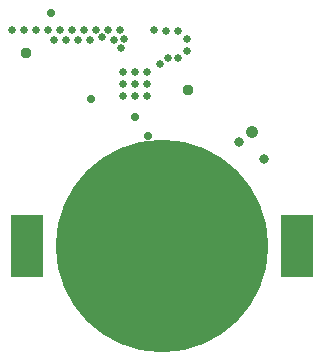
<source format=gbr>
G04 EAGLE Gerber RS-274X export*
G75*
%MOMM*%
%FSLAX34Y34*%
%LPD*%
%INSoldermask Bottom*%
%IPPOS*%
%AMOC8*
5,1,8,0,0,1.08239X$1,22.5*%
G01*
%ADD10R,2.703200X5.303200*%
%ADD11C,18.003200*%
%ADD12C,0.711200*%
%ADD13C,0.803200*%
%ADD14C,0.953200*%
%ADD15C,0.660400*%
%ADD16C,1.003200*%
%ADD17C,1.066800*%
%ADD18C,0.705600*%


D10*
X252194Y97432D03*
X23194Y97432D03*
D11*
X137694Y97432D03*
D12*
X43434Y294894D03*
D13*
X223728Y170942D03*
D14*
X188468Y114554D03*
D15*
X10160Y280416D03*
X20320Y280416D03*
X30480Y280416D03*
X40640Y280416D03*
X45720Y271526D03*
X55880Y271526D03*
X50800Y280416D03*
X60960Y280416D03*
X71120Y280416D03*
X66040Y271526D03*
X151130Y279146D03*
X76200Y271526D03*
X86360Y274066D03*
X81280Y280416D03*
X91440Y280416D03*
X101600Y280416D03*
X96520Y271526D03*
X105410Y272796D03*
X130810Y280416D03*
X140970Y279146D03*
X158750Y272796D03*
X102870Y265176D03*
X158750Y262636D03*
X151130Y256286D03*
X142240Y256286D03*
X104648Y244602D03*
X104648Y234442D03*
X104648Y224282D03*
X114808Y234442D03*
X114808Y244602D03*
X114808Y224282D03*
X124968Y244602D03*
X124968Y234442D03*
X124968Y224282D03*
X135890Y251206D03*
D13*
X202392Y185420D03*
D16*
X246888Y87884D03*
X246888Y77216D03*
X246888Y98552D03*
X246888Y108458D03*
X246888Y118618D03*
X258699Y111252D03*
D17*
X213614Y194056D03*
D14*
X159512Y229504D03*
D18*
X77358Y222250D03*
D14*
X22256Y261030D03*
D12*
X114502Y206671D03*
D18*
X125476Y190654D03*
D16*
X258699Y87376D03*
M02*

</source>
